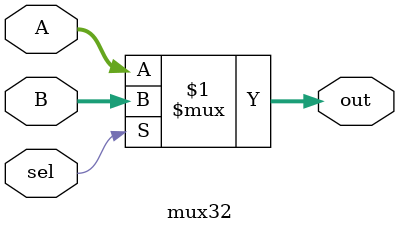
<source format=v>
`timescale 1ns / 1ps
module mux32(input[31:0] A,
			    input[31:0] B,
				 input sel,
				 output[31:0] out
    );

	assign out = sel ? B: A;



endmodule

</source>
